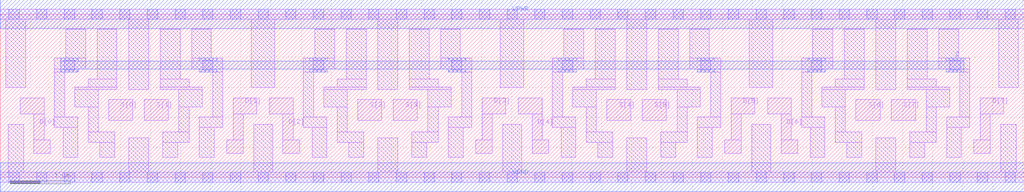
<source format=lef>
# Copyright 2020 The SkyWater PDK Authors
#
# Licensed under the Apache License, Version 2.0 (the "License");
# you may not use this file except in compliance with the License.
# You may obtain a copy of the License at
#
#     https://www.apache.org/licenses/LICENSE-2.0
#
# Unless required by applicable law or agreed to in writing, software
# distributed under the License is distributed on an "AS IS" BASIS,
# WITHOUT WARRANTIES OR CONDITIONS OF ANY KIND, either express or implied.
# See the License for the specific language governing permissions and
# limitations under the License.
#
# SPDX-License-Identifier: Apache-2.0

VERSION 5.7 ;
BUSBITCHARS "[]" ;
DIVIDERCHAR "/" ;
PROPERTYDEFINITIONS
  MACRO maskLayoutSubType STRING ;
  MACRO prCellType STRING ;
  MACRO originalViewName STRING ;
END PROPERTYDEFINITIONS
MACRO sky130_fd_sc_hdll__muxb8to1_1
  ORIGIN  0.000000  0.000000 ;
  CLASS CORE ;
  SYMMETRY X Y R90 ;
  SIZE  17.02000 BY  2.720000 ;
  SITE unithd ;
  PIN D[0]
    DIRECTION INPUT ;
    USE SIGNAL ;
    PORT
      LAYER li1 ;
        RECT 0.335000 1.055000 0.730000 1.325000 ;
        RECT 0.560000 0.395000 0.835000 0.625000 ;
        RECT 0.560000 0.625000 0.730000 1.055000 ;
    END
  END D[0]
  PIN D[1]
    DIRECTION INPUT ;
    USE SIGNAL ;
    PORT
      LAYER li1 ;
        RECT 3.765000 0.395000 4.040000 0.625000 ;
        RECT 3.870000 0.625000 4.040000 1.055000 ;
        RECT 3.870000 1.055000 4.265000 1.325000 ;
    END
  END D[1]
  PIN D[2]
    DIRECTION INPUT ;
    USE SIGNAL ;
    PORT
      LAYER li1 ;
        RECT 4.475000 1.055000 4.870000 1.325000 ;
        RECT 4.700000 0.395000 4.975000 0.625000 ;
        RECT 4.700000 0.625000 4.870000 1.055000 ;
    END
  END D[2]
  PIN D[3]
    DIRECTION INPUT ;
    USE SIGNAL ;
    PORT
      LAYER li1 ;
        RECT 7.905000 0.395000 8.180000 0.625000 ;
        RECT 8.010000 0.625000 8.180000 1.055000 ;
        RECT 8.010000 1.055000 8.405000 1.325000 ;
    END
  END D[3]
  PIN D[4]
    DIRECTION INPUT ;
    USE SIGNAL ;
    PORT
      LAYER li1 ;
        RECT 8.615000 1.055000 9.010000 1.325000 ;
        RECT 8.840000 0.395000 9.115000 0.625000 ;
        RECT 8.840000 0.625000 9.010000 1.055000 ;
    END
  END D[4]
  PIN D[5]
    DIRECTION INPUT ;
    USE SIGNAL ;
    PORT
      LAYER li1 ;
        RECT 12.045000 0.395000 12.320000 0.625000 ;
        RECT 12.150000 0.625000 12.320000 1.055000 ;
        RECT 12.150000 1.055000 12.545000 1.325000 ;
    END
  END D[5]
  PIN D[6]
    DIRECTION INPUT ;
    USE SIGNAL ;
    PORT
      LAYER li1 ;
        RECT 12.755000 1.055000 13.150000 1.325000 ;
        RECT 12.980000 0.395000 13.255000 0.625000 ;
        RECT 12.980000 0.625000 13.150000 1.055000 ;
    END
  END D[6]
  PIN D[7]
    DIRECTION INPUT ;
    USE SIGNAL ;
    PORT
      LAYER li1 ;
        RECT 16.185000 0.395000 16.460000 0.625000 ;
        RECT 16.290000 0.625000 16.460000 1.055000 ;
        RECT 16.290000 1.055000 16.685000 1.325000 ;
    END
  END D[7]
  PIN S[0]
    DIRECTION INPUT ;
    USE SIGNAL ;
    PORT
      LAYER li1 ;
        RECT 1.805000 0.945000 2.205000 1.295000 ;
    END
  END S[0]
  PIN S[1]
    DIRECTION INPUT ;
    USE SIGNAL ;
    PORT
      LAYER li1 ;
        RECT 2.395000 0.945000 2.795000 1.295000 ;
    END
  END S[1]
  PIN S[2]
    DIRECTION INPUT ;
    USE SIGNAL ;
    PORT
      LAYER li1 ;
        RECT 5.945000 0.945000 6.345000 1.295000 ;
    END
  END S[2]
  PIN S[3]
    DIRECTION INPUT ;
    USE SIGNAL ;
    PORT
      LAYER li1 ;
        RECT 6.535000 0.945000 6.935000 1.295000 ;
    END
  END S[3]
  PIN S[4]
    DIRECTION INPUT ;
    USE SIGNAL ;
    PORT
      LAYER li1 ;
        RECT 10.085000 0.945000 10.485000 1.295000 ;
    END
  END S[4]
  PIN S[5]
    DIRECTION INPUT ;
    USE SIGNAL ;
    PORT
      LAYER li1 ;
        RECT 10.675000 0.945000 11.075000 1.295000 ;
    END
  END S[5]
  PIN S[6]
    DIRECTION INPUT ;
    USE SIGNAL ;
    PORT
      LAYER li1 ;
        RECT 14.225000 0.945000 14.625000 1.295000 ;
    END
  END S[6]
  PIN S[7]
    DIRECTION INPUT ;
    USE SIGNAL ;
    PORT
      LAYER li1 ;
        RECT 14.815000 0.945000 15.215000 1.295000 ;
    END
  END S[7]
  PIN Z
    ANTENNADIFFAREA  1.992000 ;
    DIRECTION OUTPUT ;
    USE SIGNAL ;
    PORT
      LAYER met1 ;
        RECT  1.005000 1.755000  1.295000 1.800000 ;
        RECT  1.005000 1.800000 16.015000 1.940000 ;
        RECT  1.005000 1.940000  1.295000 1.985000 ;
        RECT  3.305000 1.755000  3.595000 1.800000 ;
        RECT  3.305000 1.940000  3.595000 1.985000 ;
        RECT  5.145000 1.755000  5.435000 1.800000 ;
        RECT  5.145000 1.940000  5.435000 1.985000 ;
        RECT  7.445000 1.755000  7.735000 1.800000 ;
        RECT  7.445000 1.940000  7.735000 1.985000 ;
        RECT  9.285000 1.755000  9.575000 1.800000 ;
        RECT  9.285000 1.940000  9.575000 1.985000 ;
        RECT 11.585000 1.755000 11.875000 1.800000 ;
        RECT 11.585000 1.940000 11.875000 1.985000 ;
        RECT 13.425000 1.755000 13.715000 1.800000 ;
        RECT 13.425000 1.940000 13.715000 1.985000 ;
        RECT 15.725000 1.755000 16.015000 1.800000 ;
        RECT 15.725000 1.940000 16.015000 1.985000 ;
    END
  END Z
  PIN VGND
    DIRECTION INOUT ;
    USE GROUND ;
    PORT
      LAYER met1 ;
        RECT 0.000000 -0.240000 17.020000 0.240000 ;
    END
  END VGND
  PIN VPWR
    DIRECTION INOUT ;
    USE POWER ;
    PORT
      LAYER met1 ;
        RECT 0.000000 2.480000 17.020000 2.960000 ;
    END
  END VPWR
  OBS
    LAYER li1 ;
      RECT  0.000000 -0.085000 17.020000 0.085000 ;
      RECT  0.000000  2.635000 17.020000 2.805000 ;
      RECT  0.095000  1.495000  0.425000 2.635000 ;
      RECT  0.130000  0.085000  0.390000 0.885000 ;
      RECT  0.900000  0.835000  1.290000 1.005000 ;
      RECT  0.900000  1.005000  1.070000 1.755000 ;
      RECT  0.900000  1.755000  1.295000 1.805000 ;
      RECT  0.900000  1.805000  1.420000 1.985000 ;
      RECT  1.045000  0.330000  1.290000 0.835000 ;
      RECT  1.090000  1.985000  1.420000 2.465000 ;
      RECT  1.240000  1.175000  1.630000 1.465000 ;
      RECT  1.240000  1.465000  1.940000 1.505000 ;
      RECT  1.460000  0.585000  1.900000 0.755000 ;
      RECT  1.460000  0.755000  1.630000 1.175000 ;
      RECT  1.460000  1.505000  1.940000 1.635000 ;
      RECT  1.610000  1.635000  1.940000 2.465000 ;
      RECT  1.650000  0.330000  1.900000 0.585000 ;
      RECT  2.135000  0.085000  2.465000 0.660000 ;
      RECT  2.135000  1.465000  2.465000 2.635000 ;
      RECT  2.660000  1.465000  3.360000 1.505000 ;
      RECT  2.660000  1.505000  3.140000 1.635000 ;
      RECT  2.660000  1.635000  2.990000 2.465000 ;
      RECT  2.700000  0.330000  2.950000 0.585000 ;
      RECT  2.700000  0.585000  3.140000 0.755000 ;
      RECT  2.970000  0.755000  3.140000 1.175000 ;
      RECT  2.970000  1.175000  3.360000 1.465000 ;
      RECT  3.180000  1.805000  3.700000 1.985000 ;
      RECT  3.180000  1.985000  3.510000 2.465000 ;
      RECT  3.305000  1.755000  3.700000 1.805000 ;
      RECT  3.310000  0.330000  3.555000 0.835000 ;
      RECT  3.310000  0.835000  3.700000 1.005000 ;
      RECT  3.530000  1.005000  3.700000 1.755000 ;
      RECT  4.175000  1.495000  4.565000 2.635000 ;
      RECT  4.210000  0.085000  4.530000 0.885000 ;
      RECT  5.040000  0.835000  5.430000 1.005000 ;
      RECT  5.040000  1.005000  5.210000 1.755000 ;
      RECT  5.040000  1.755000  5.435000 1.805000 ;
      RECT  5.040000  1.805000  5.560000 1.985000 ;
      RECT  5.185000  0.330000  5.430000 0.835000 ;
      RECT  5.230000  1.985000  5.560000 2.465000 ;
      RECT  5.380000  1.175000  5.770000 1.465000 ;
      RECT  5.380000  1.465000  6.080000 1.505000 ;
      RECT  5.600000  0.585000  6.040000 0.755000 ;
      RECT  5.600000  0.755000  5.770000 1.175000 ;
      RECT  5.600000  1.505000  6.080000 1.635000 ;
      RECT  5.750000  1.635000  6.080000 2.465000 ;
      RECT  5.790000  0.330000  6.040000 0.585000 ;
      RECT  6.275000  0.085000  6.605000 0.660000 ;
      RECT  6.275000  1.465000  6.605000 2.635000 ;
      RECT  6.800000  1.465000  7.500000 1.505000 ;
      RECT  6.800000  1.505000  7.280000 1.635000 ;
      RECT  6.800000  1.635000  7.130000 2.465000 ;
      RECT  6.840000  0.330000  7.090000 0.585000 ;
      RECT  6.840000  0.585000  7.280000 0.755000 ;
      RECT  7.110000  0.755000  7.280000 1.175000 ;
      RECT  7.110000  1.175000  7.500000 1.465000 ;
      RECT  7.320000  1.805000  7.840000 1.985000 ;
      RECT  7.320000  1.985000  7.650000 2.465000 ;
      RECT  7.445000  1.755000  7.840000 1.805000 ;
      RECT  7.450000  0.330000  7.695000 0.835000 ;
      RECT  7.450000  0.835000  7.840000 1.005000 ;
      RECT  7.670000  1.005000  7.840000 1.755000 ;
      RECT  8.315000  1.495000  8.705000 2.635000 ;
      RECT  8.350000  0.085000  8.670000 0.885000 ;
      RECT  9.180000  0.835000  9.570000 1.005000 ;
      RECT  9.180000  1.005000  9.350000 1.755000 ;
      RECT  9.180000  1.755000  9.575000 1.805000 ;
      RECT  9.180000  1.805000  9.700000 1.985000 ;
      RECT  9.325000  0.330000  9.570000 0.835000 ;
      RECT  9.370000  1.985000  9.700000 2.465000 ;
      RECT  9.520000  1.175000  9.910000 1.465000 ;
      RECT  9.520000  1.465000 10.220000 1.505000 ;
      RECT  9.740000  0.585000 10.180000 0.755000 ;
      RECT  9.740000  0.755000  9.910000 1.175000 ;
      RECT  9.740000  1.505000 10.220000 1.635000 ;
      RECT  9.890000  1.635000 10.220000 2.465000 ;
      RECT  9.930000  0.330000 10.180000 0.585000 ;
      RECT 10.415000  0.085000 10.745000 0.660000 ;
      RECT 10.415000  1.465000 10.745000 2.635000 ;
      RECT 10.940000  1.465000 11.640000 1.505000 ;
      RECT 10.940000  1.505000 11.420000 1.635000 ;
      RECT 10.940000  1.635000 11.270000 2.465000 ;
      RECT 10.980000  0.330000 11.230000 0.585000 ;
      RECT 10.980000  0.585000 11.420000 0.755000 ;
      RECT 11.250000  0.755000 11.420000 1.175000 ;
      RECT 11.250000  1.175000 11.640000 1.465000 ;
      RECT 11.460000  1.805000 11.980000 1.985000 ;
      RECT 11.460000  1.985000 11.790000 2.465000 ;
      RECT 11.585000  1.755000 11.980000 1.805000 ;
      RECT 11.590000  0.330000 11.835000 0.835000 ;
      RECT 11.590000  0.835000 11.980000 1.005000 ;
      RECT 11.810000  1.005000 11.980000 1.755000 ;
      RECT 12.455000  1.495000 12.845000 2.635000 ;
      RECT 12.490000  0.085000 12.810000 0.885000 ;
      RECT 13.320000  0.835000 13.710000 1.005000 ;
      RECT 13.320000  1.005000 13.490000 1.755000 ;
      RECT 13.320000  1.755000 13.715000 1.805000 ;
      RECT 13.320000  1.805000 13.840000 1.985000 ;
      RECT 13.465000  0.330000 13.710000 0.835000 ;
      RECT 13.510000  1.985000 13.840000 2.465000 ;
      RECT 13.660000  1.175000 14.050000 1.465000 ;
      RECT 13.660000  1.465000 14.360000 1.505000 ;
      RECT 13.880000  0.585000 14.320000 0.755000 ;
      RECT 13.880000  0.755000 14.050000 1.175000 ;
      RECT 13.880000  1.505000 14.360000 1.635000 ;
      RECT 14.030000  1.635000 14.360000 2.465000 ;
      RECT 14.070000  0.330000 14.320000 0.585000 ;
      RECT 14.555000  0.085000 14.885000 0.660000 ;
      RECT 14.555000  1.465000 14.885000 2.635000 ;
      RECT 15.080000  1.465000 15.780000 1.505000 ;
      RECT 15.080000  1.505000 15.560000 1.635000 ;
      RECT 15.080000  1.635000 15.410000 2.465000 ;
      RECT 15.120000  0.330000 15.370000 0.585000 ;
      RECT 15.120000  0.585000 15.560000 0.755000 ;
      RECT 15.390000  0.755000 15.560000 1.175000 ;
      RECT 15.390000  1.175000 15.780000 1.465000 ;
      RECT 15.600000  1.805000 16.120000 1.985000 ;
      RECT 15.600000  1.985000 15.930000 2.465000 ;
      RECT 15.725000  1.755000 16.120000 1.805000 ;
      RECT 15.730000  0.330000 15.975000 0.835000 ;
      RECT 15.730000  0.835000 16.120000 1.005000 ;
      RECT 15.950000  1.005000 16.120000 1.755000 ;
      RECT 16.595000  1.495000 16.925000 2.635000 ;
      RECT 16.630000  0.085000 16.890000 0.885000 ;
    LAYER mcon ;
      RECT  0.145000 -0.085000  0.315000 0.085000 ;
      RECT  0.145000  2.635000  0.315000 2.805000 ;
      RECT  0.605000 -0.085000  0.775000 0.085000 ;
      RECT  0.605000  2.635000  0.775000 2.805000 ;
      RECT  1.065000 -0.085000  1.235000 0.085000 ;
      RECT  1.065000  1.785000  1.235000 1.955000 ;
      RECT  1.065000  2.635000  1.235000 2.805000 ;
      RECT  1.525000 -0.085000  1.695000 0.085000 ;
      RECT  1.525000  2.635000  1.695000 2.805000 ;
      RECT  1.985000 -0.085000  2.155000 0.085000 ;
      RECT  1.985000  2.635000  2.155000 2.805000 ;
      RECT  1.985000  2.635000  2.155000 2.805000 ;
      RECT  2.445000 -0.085000  2.615000 0.085000 ;
      RECT  2.445000  2.635000  2.615000 2.805000 ;
      RECT  2.445000  2.635000  2.615000 2.805000 ;
      RECT  2.905000 -0.085000  3.075000 0.085000 ;
      RECT  2.905000  2.635000  3.075000 2.805000 ;
      RECT  3.365000 -0.085000  3.535000 0.085000 ;
      RECT  3.365000  1.785000  3.535000 1.955000 ;
      RECT  3.365000  2.635000  3.535000 2.805000 ;
      RECT  3.825000 -0.085000  3.995000 0.085000 ;
      RECT  3.825000  2.635000  3.995000 2.805000 ;
      RECT  4.285000 -0.085000  4.455000 0.085000 ;
      RECT  4.285000 -0.085000  4.455000 0.085000 ;
      RECT  4.285000  2.635000  4.455000 2.805000 ;
      RECT  4.285000  2.635000  4.455000 2.805000 ;
      RECT  4.745000 -0.085000  4.915000 0.085000 ;
      RECT  4.745000  2.635000  4.915000 2.805000 ;
      RECT  5.205000 -0.085000  5.375000 0.085000 ;
      RECT  5.205000  1.785000  5.375000 1.955000 ;
      RECT  5.205000  2.635000  5.375000 2.805000 ;
      RECT  5.665000 -0.085000  5.835000 0.085000 ;
      RECT  5.665000  2.635000  5.835000 2.805000 ;
      RECT  6.125000 -0.085000  6.295000 0.085000 ;
      RECT  6.125000  2.635000  6.295000 2.805000 ;
      RECT  6.125000  2.635000  6.295000 2.805000 ;
      RECT  6.585000 -0.085000  6.755000 0.085000 ;
      RECT  6.585000  2.635000  6.755000 2.805000 ;
      RECT  6.585000  2.635000  6.755000 2.805000 ;
      RECT  7.045000 -0.085000  7.215000 0.085000 ;
      RECT  7.045000  2.635000  7.215000 2.805000 ;
      RECT  7.505000 -0.085000  7.675000 0.085000 ;
      RECT  7.505000  1.785000  7.675000 1.955000 ;
      RECT  7.505000  2.635000  7.675000 2.805000 ;
      RECT  7.965000 -0.085000  8.135000 0.085000 ;
      RECT  7.965000  2.635000  8.135000 2.805000 ;
      RECT  8.425000 -0.085000  8.595000 0.085000 ;
      RECT  8.425000 -0.085000  8.595000 0.085000 ;
      RECT  8.425000  2.635000  8.595000 2.805000 ;
      RECT  8.425000  2.635000  8.595000 2.805000 ;
      RECT  8.885000 -0.085000  9.055000 0.085000 ;
      RECT  8.885000  2.635000  9.055000 2.805000 ;
      RECT  9.345000 -0.085000  9.515000 0.085000 ;
      RECT  9.345000  1.785000  9.515000 1.955000 ;
      RECT  9.345000  2.635000  9.515000 2.805000 ;
      RECT  9.805000 -0.085000  9.975000 0.085000 ;
      RECT  9.805000  2.635000  9.975000 2.805000 ;
      RECT 10.265000 -0.085000 10.435000 0.085000 ;
      RECT 10.265000  2.635000 10.435000 2.805000 ;
      RECT 10.265000  2.635000 10.435000 2.805000 ;
      RECT 10.725000 -0.085000 10.895000 0.085000 ;
      RECT 10.725000  2.635000 10.895000 2.805000 ;
      RECT 10.725000  2.635000 10.895000 2.805000 ;
      RECT 11.185000 -0.085000 11.355000 0.085000 ;
      RECT 11.185000  2.635000 11.355000 2.805000 ;
      RECT 11.645000 -0.085000 11.815000 0.085000 ;
      RECT 11.645000  1.785000 11.815000 1.955000 ;
      RECT 11.645000  2.635000 11.815000 2.805000 ;
      RECT 12.105000 -0.085000 12.275000 0.085000 ;
      RECT 12.105000  2.635000 12.275000 2.805000 ;
      RECT 12.565000 -0.085000 12.735000 0.085000 ;
      RECT 12.565000 -0.085000 12.735000 0.085000 ;
      RECT 12.565000  2.635000 12.735000 2.805000 ;
      RECT 12.565000  2.635000 12.735000 2.805000 ;
      RECT 13.025000 -0.085000 13.195000 0.085000 ;
      RECT 13.025000  2.635000 13.195000 2.805000 ;
      RECT 13.485000 -0.085000 13.655000 0.085000 ;
      RECT 13.485000  1.785000 13.655000 1.955000 ;
      RECT 13.485000  2.635000 13.655000 2.805000 ;
      RECT 13.945000 -0.085000 14.115000 0.085000 ;
      RECT 13.945000  2.635000 14.115000 2.805000 ;
      RECT 14.405000 -0.085000 14.575000 0.085000 ;
      RECT 14.405000  2.635000 14.575000 2.805000 ;
      RECT 14.405000  2.635000 14.575000 2.805000 ;
      RECT 14.865000 -0.085000 15.035000 0.085000 ;
      RECT 14.865000  2.635000 15.035000 2.805000 ;
      RECT 14.865000  2.635000 15.035000 2.805000 ;
      RECT 15.325000 -0.085000 15.495000 0.085000 ;
      RECT 15.325000  2.635000 15.495000 2.805000 ;
      RECT 15.785000 -0.085000 15.955000 0.085000 ;
      RECT 15.785000  1.785000 15.955000 1.955000 ;
      RECT 15.785000  2.635000 15.955000 2.805000 ;
      RECT 16.245000 -0.085000 16.415000 0.085000 ;
      RECT 16.245000  2.635000 16.415000 2.805000 ;
      RECT 16.705000 -0.085000 16.875000 0.085000 ;
      RECT 16.705000  2.635000 16.875000 2.805000 ;
  END
  PROPERTY maskLayoutSubType "abstract" ;
  PROPERTY prCellType "standard" ;
  PROPERTY originalViewName "layout" ;
END sky130_fd_sc_hdll__muxb8to1_1
END LIBRARY

</source>
